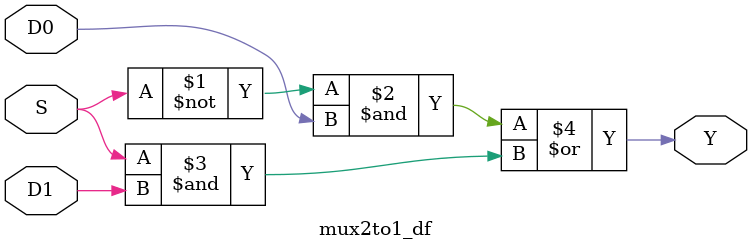
<source format=v>
module mux2to1_df( 
	input D0, D1, S,
	output wire Y
);

assign Y = (~S & D0) | (S & D1);

endmodule
</source>
